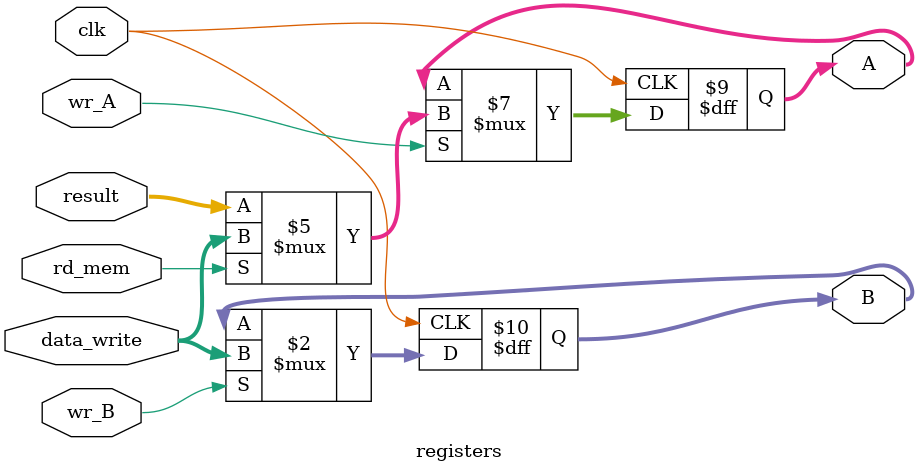
<source format=v>
module registers (
    input clk, wr_A, wr_B, rd_mem,
    input [7:0] data_write, result,
    output reg [7:0] A, B 
); 
    always @(posedge clk) begin
        if (wr_A) begin
            if (rd_mem)
                A <= data_write;
            else
                A <= result;
        end
        if (wr_B)
            B <= data_write;
    end
endmodule
</source>
